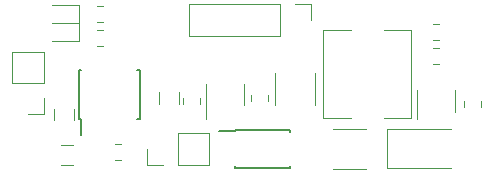
<source format=gbr>
G04 #@! TF.GenerationSoftware,KiCad,Pcbnew,(5.1.6)-1*
G04 #@! TF.CreationDate,2020-05-28T13:40:36+02:00*
G04 #@! TF.ProjectId,charger_stepup,63686172-6765-4725-9f73-74657075702e,rev?*
G04 #@! TF.SameCoordinates,Original*
G04 #@! TF.FileFunction,Legend,Top*
G04 #@! TF.FilePolarity,Positive*
%FSLAX46Y46*%
G04 Gerber Fmt 4.6, Leading zero omitted, Abs format (unit mm)*
G04 Created by KiCad (PCBNEW (5.1.6)-1) date 2020-05-28 13:40:36*
%MOMM*%
%LPD*%
G01*
G04 APERTURE LIST*
%ADD10C,0.120000*%
%ADD11C,0.150000*%
G04 APERTURE END LIST*
D10*
G04 #@! TO.C,R5*
X134799000Y-69346578D02*
X134799000Y-68829422D01*
X136219000Y-69346578D02*
X136219000Y-68829422D01*
G04 #@! TO.C,R4*
X140514000Y-69092578D02*
X140514000Y-68575422D01*
X141934000Y-69092578D02*
X141934000Y-68575422D01*
G04 #@! TO.C,R3*
X129544578Y-74116000D02*
X129027422Y-74116000D01*
X129544578Y-72696000D02*
X129027422Y-72696000D01*
G04 #@! TO.C,R2*
X128020578Y-64464000D02*
X127503422Y-64464000D01*
X128020578Y-63044000D02*
X127503422Y-63044000D01*
G04 #@! TO.C,R1*
X128020578Y-62432000D02*
X127503422Y-62432000D01*
X128020578Y-61012000D02*
X127503422Y-61012000D01*
G04 #@! TO.C,J3*
X136966000Y-74482000D02*
X136966000Y-71822000D01*
X134366000Y-74482000D02*
X136966000Y-74482000D01*
X134366000Y-71822000D02*
X136966000Y-71822000D01*
X134366000Y-74482000D02*
X134366000Y-71822000D01*
X133096000Y-74482000D02*
X131766000Y-74482000D01*
X131766000Y-74482000D02*
X131766000Y-73152000D01*
G04 #@! TO.C,Bat EN GND 5V*
X135322000Y-60900000D02*
X135322000Y-63560000D01*
X143002000Y-60900000D02*
X135322000Y-60900000D01*
X143002000Y-63560000D02*
X135322000Y-63560000D01*
X143002000Y-60900000D02*
X143002000Y-63560000D01*
X144272000Y-60900000D02*
X145602000Y-60900000D01*
X145602000Y-60900000D02*
X145602000Y-62230000D01*
G04 #@! TO.C,J1*
X122996000Y-64964000D02*
X120336000Y-64964000D01*
X122996000Y-67564000D02*
X122996000Y-64964000D01*
X120336000Y-67564000D02*
X120336000Y-64964000D01*
X122996000Y-67564000D02*
X120336000Y-67564000D01*
X122996000Y-68834000D02*
X122996000Y-70164000D01*
X122996000Y-70164000D02*
X121666000Y-70164000D01*
G04 #@! TO.C,D2*
X123660000Y-62457000D02*
X125945000Y-62457000D01*
X125945000Y-62457000D02*
X125945000Y-60987000D01*
X125945000Y-60987000D02*
X123660000Y-60987000D01*
G04 #@! TO.C,D1*
X123660000Y-63981000D02*
X125945000Y-63981000D01*
X125945000Y-63981000D02*
X125945000Y-62511000D01*
X125945000Y-62511000D02*
X123660000Y-62511000D01*
G04 #@! TO.C,C5*
X150230252Y-74862000D02*
X147457748Y-74862000D01*
X150230252Y-71442000D02*
X147457748Y-71442000D01*
G04 #@! TO.C,R6*
X155951422Y-64568000D02*
X156468578Y-64568000D01*
X155951422Y-65988000D02*
X156468578Y-65988000D01*
G04 #@! TO.C,C4*
X145982000Y-66685748D02*
X145982000Y-69458252D01*
X142562000Y-66685748D02*
X142562000Y-69458252D01*
G04 #@! TO.C,R7*
X159968000Y-69083422D02*
X159968000Y-69600578D01*
X158548000Y-69083422D02*
X158548000Y-69600578D01*
G04 #@! TO.C,L1*
X148968000Y-70502000D02*
X146668000Y-70502000D01*
X146668000Y-70502000D02*
X146668000Y-63102000D01*
X146668000Y-63102000D02*
X148968000Y-63102000D01*
X151768000Y-63102000D02*
X154068000Y-63102000D01*
X154068000Y-63102000D02*
X154068000Y-70502000D01*
X154068000Y-70502000D02*
X151768000Y-70502000D01*
G04 #@! TO.C,D3*
X152048000Y-71502000D02*
X152048000Y-74802000D01*
X152048000Y-74802000D02*
X157448000Y-74802000D01*
X152048000Y-71502000D02*
X157448000Y-71502000D01*
G04 #@! TO.C,U4*
X157820000Y-69988000D02*
X157820000Y-68188000D01*
X154600000Y-68188000D02*
X154600000Y-70638000D01*
G04 #@! TO.C,R8*
X155951422Y-62536000D02*
X156468578Y-62536000D01*
X155951422Y-63956000D02*
X156468578Y-63956000D01*
D11*
G04 #@! TO.C,U1*
X125949000Y-70655000D02*
X126149000Y-70655000D01*
X125949000Y-66505000D02*
X126149000Y-66505000D01*
X131099000Y-66505000D02*
X130899000Y-66505000D01*
X131099000Y-70655000D02*
X130899000Y-70655000D01*
X125949000Y-70655000D02*
X125949000Y-66505000D01*
X131099000Y-70655000D02*
X131099000Y-66505000D01*
X126149000Y-70655000D02*
X126149000Y-71955000D01*
D10*
G04 #@! TO.C,C3*
X125468000Y-72810000D02*
X124468000Y-72810000D01*
X124468000Y-74510000D02*
X125468000Y-74510000D01*
D11*
G04 #@! TO.C,U3*
X139153000Y-71527000D02*
X139153000Y-71627000D01*
X143803000Y-71527000D02*
X143803000Y-71727000D01*
X143803000Y-74777000D02*
X143803000Y-74577000D01*
X139153000Y-74777000D02*
X139153000Y-74577000D01*
X139153000Y-71527000D02*
X143803000Y-71527000D01*
X139153000Y-74777000D02*
X143803000Y-74777000D01*
X139153000Y-71627000D02*
X137803000Y-71627000D01*
D10*
G04 #@! TO.C,C1*
X125564000Y-70731000D02*
X125564000Y-69731000D01*
X123864000Y-69731000D02*
X123864000Y-70731000D01*
G04 #@! TO.C,C2*
X134454000Y-69334000D02*
X134454000Y-68334000D01*
X132754000Y-68334000D02*
X132754000Y-69334000D01*
G04 #@! TO.C,U2*
X139963800Y-69467300D02*
X139963800Y-67667300D01*
X136743800Y-67667300D02*
X136743800Y-70617300D01*
G04 #@! TD*
M02*

</source>
